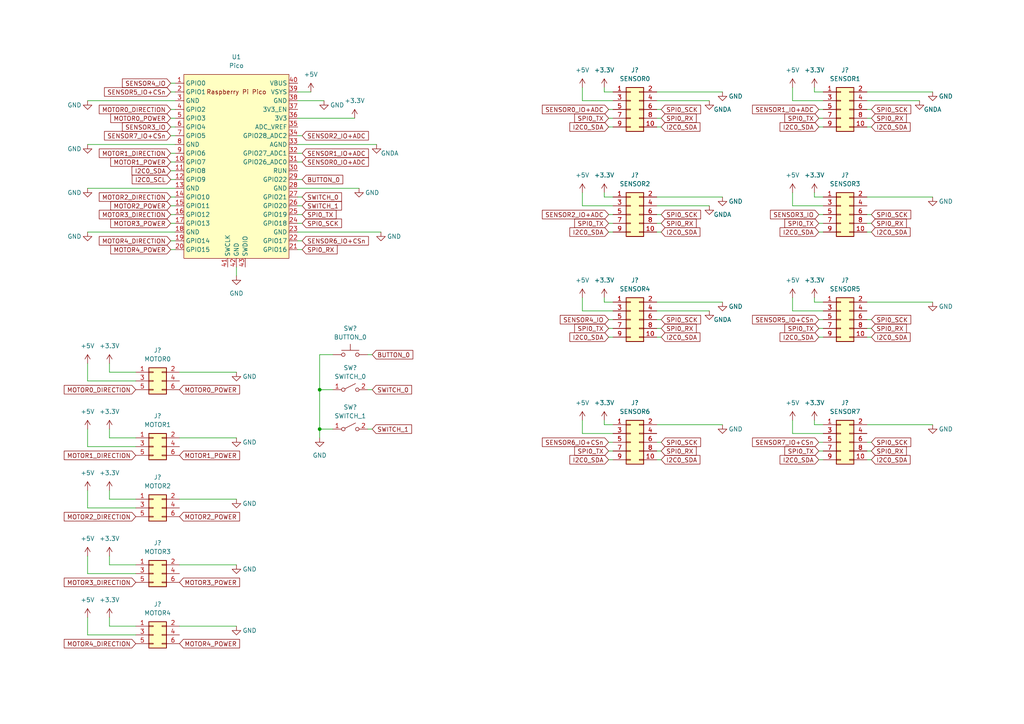
<source format=kicad_sch>
(kicad_sch (version 20211123) (generator eeschema)
  (paper "A4")
  (title_block (date "2022-07-01") (rev "DRAFT"))
  (lib_symbols
    (symbol "Connector_Generic:Conn_02x03_Odd_Even" (pin_names (offset 1.016) hide)
      (property "Reference" "J" (at 1.27 5.08 0))
      (property "Value" "Conn_02x03_Odd_Even" (at 1.27 -5.08 0))
      (symbol "Conn_02x03_Odd_Even_1_1"
        (rectangle (start -1.27 -2.413) (end 0 -2.667) (stroke (width 0.1524)))
        (rectangle (start -1.27 0.127) (end 0 -0.127) (stroke (width 0.1524)))
        (rectangle (start -1.27 2.667) (end 0 2.413) (stroke (width 0.1524)))
        (rectangle (start -1.27 3.81) (end 3.81 -3.81) (stroke (width 0.254)) (fill (type background)))
        (rectangle (start 3.81 -2.413) (end 2.54 -2.667) (stroke (width 0.1524)))
        (rectangle (start 3.81 0.127) (end 2.54 -0.127) (stroke (width 0.1524)))
        (rectangle (start 3.81 2.667) (end 2.54 2.413) (stroke (width 0.1524)))
        (pin passive line (at -5.08 2.54 0) (length 3.81) (name "Pin_1") (number "1"))
        (pin passive line (at 7.62 2.54 180) (length 3.81) (name "Pin_2") (number "2"))
        (pin passive line (at -5.08 0 0) (length 3.81) (name "Pin_3") (number "3"))
        (pin passive line (at 7.62 0 180) (length 3.81) (name "Pin_4") (number "4"))
        (pin passive line (at -5.08 -2.54 0) (length 3.81) (name "Pin_5") (number "5"))
        (pin passive line (at 7.62 -2.54 180) (length 3.81) (name "Pin_6") (number "6"))
      )
    )
    (symbol "Connector_Generic:Conn_02x05_Odd_Even" (pin_names (offset 1.016) hide)
      (property "Reference" "J" (at 1.27 7.62 0))
      (property "Value" "Conn_02x05_Odd_Even" (at 1.27 -7.62 0))
      (symbol "Conn_02x05_Odd_Even_1_1"
        (rectangle (start -1.27 -4.953) (end 0 -5.207) (stroke (width 0.1524)))
        (rectangle (start -1.27 -2.413) (end 0 -2.667) (stroke (width 0.1524)))
        (rectangle (start -1.27 0.127) (end 0 -0.127) (stroke (width 0.1524)))
        (rectangle (start -1.27 2.667) (end 0 2.413) (stroke (width 0.1524)))
        (rectangle (start -1.27 5.207) (end 0 4.953) (stroke (width 0.1524)))
        (rectangle (start -1.27 6.35) (end 3.81 -6.35) (stroke (width 0.254)) (fill (type background)))
        (rectangle (start 3.81 -4.953) (end 2.54 -5.207) (stroke (width 0.1524)))
        (rectangle (start 3.81 -2.413) (end 2.54 -2.667) (stroke (width 0.1524)))
        (rectangle (start 3.81 0.127) (end 2.54 -0.127) (stroke (width 0.1524)))
        (rectangle (start 3.81 2.667) (end 2.54 2.413) (stroke (width 0.1524)))
        (rectangle (start 3.81 5.207) (end 2.54 4.953) (stroke (width 0.1524)))
        (pin passive line (at -5.08 5.08 0) (length 3.81) (name "Pin_1") (number "1"))
        (pin passive line (at 7.62 -5.08 180) (length 3.81) (name "Pin_10") (number "10"))
        (pin passive line (at 7.62 5.08 180) (length 3.81) (name "Pin_2") (number "2"))
        (pin passive line (at -5.08 2.54 0) (length 3.81) (name "Pin_3") (number "3"))
        (pin passive line (at 7.62 2.54 180) (length 3.81) (name "Pin_4") (number "4"))
        (pin passive line (at -5.08 0 0) (length 3.81) (name "Pin_5") (number "5"))
        (pin passive line (at 7.62 0 180) (length 3.81) (name "Pin_6") (number "6"))
        (pin passive line (at -5.08 -2.54 0) (length 3.81) (name "Pin_7") (number "7"))
        (pin passive line (at 7.62 -2.54 180) (length 3.81) (name "Pin_8") (number "8"))
        (pin passive line (at -5.08 -5.08 0) (length 3.81) (name "Pin_9") (number "9"))
      )
    )
    (symbol "MCU_RaspberryPi_and_Boards:Pico"
      (property "Reference" "U" (at -13.97 27.94 0))
      (property "Value" "Pico" (at 0 19.05 0))
      (symbol "Pico_0_0"
        (text "Raspberry Pi Pico" (at 0 21.59 0) (effects (font (size 1.27 1.27))))
      )
      (symbol "Pico_0_1"
        (rectangle (start -15.24 26.67) (end 15.24 -26.67) (fill (type background)))
      )
      (symbol "Pico_1_1"
        (pin bidirectional line (at -17.78 24.13 0) (length 2.54) (name "GPIO0") (number "1"))
        (pin bidirectional line (at -17.78 1.27 0) (length 2.54) (name "GPIO7") (number "10"))
        (pin bidirectional line (at -17.78 -1.27 0) (length 2.54) (name "GPIO8") (number "11"))
        (pin bidirectional line (at -17.78 -3.81 0) (length 2.54) (name "GPIO9") (number "12"))
        (pin power_in line (at -17.78 -6.35 0) (length 2.54) (name "GND") (number "13"))
        (pin bidirectional line (at -17.78 -8.89 0) (length 2.54) (name "GPIO10") (number "14"))
        (pin bidirectional line (at -17.78 -11.43 0) (length 2.54) (name "GPIO11") (number "15"))
        (pin bidirectional line (at -17.78 -13.97 0) (length 2.54) (name "GPIO12") (number "16"))
        (pin bidirectional line (at -17.78 -16.51 0) (length 2.54) (name "GPIO13") (number "17"))
        (pin power_in line (at -17.78 -19.05 0) (length 2.54) (name "GND") (number "18"))
        (pin bidirectional line (at -17.78 -21.59 0) (length 2.54) (name "GPIO14") (number "19"))
        (pin bidirectional line (at -17.78 21.59 0) (length 2.54) (name "GPIO1") (number "2"))
        (pin bidirectional line (at -17.78 -24.13 0) (length 2.54) (name "GPIO15") (number "20"))
        (pin bidirectional line (at 17.78 -24.13 180) (length 2.54) (name "GPIO16") (number "21"))
        (pin bidirectional line (at 17.78 -21.59 180) (length 2.54) (name "GPIO17") (number "22"))
        (pin power_in line (at 17.78 -19.05 180) (length 2.54) (name "GND") (number "23"))
        (pin bidirectional line (at 17.78 -16.51 180) (length 2.54) (name "GPIO18") (number "24"))
        (pin bidirectional line (at 17.78 -13.97 180) (length 2.54) (name "GPIO19") (number "25"))
        (pin bidirectional line (at 17.78 -11.43 180) (length 2.54) (name "GPIO20") (number "26"))
        (pin bidirectional line (at 17.78 -8.89 180) (length 2.54) (name "GPIO21") (number "27"))
        (pin power_in line (at 17.78 -6.35 180) (length 2.54) (name "GND") (number "28"))
        (pin bidirectional line (at 17.78 -3.81 180) (length 2.54) (name "GPIO22") (number "29"))
        (pin power_in line (at -17.78 19.05 0) (length 2.54) (name "GND") (number "3"))
        (pin input line (at 17.78 -1.27 180) (length 2.54) (name "RUN") (number "30"))
        (pin bidirectional line (at 17.78 1.27 180) (length 2.54) (name "GPIO26_ADC0") (number "31"))
        (pin bidirectional line (at 17.78 3.81 180) (length 2.54) (name "GPIO27_ADC1") (number "32"))
        (pin power_in line (at 17.78 6.35 180) (length 2.54) (name "AGND") (number "33"))
        (pin bidirectional line (at 17.78 8.89 180) (length 2.54) (name "GPIO28_ADC2") (number "34"))
        (pin power_in line (at 17.78 11.43 180) (length 2.54) (name "ADC_VREF") (number "35"))
        (pin power_in line (at 17.78 13.97 180) (length 2.54) (name "3V3") (number "36"))
        (pin input line (at 17.78 16.51 180) (length 2.54) (name "3V3_EN") (number "37"))
        (pin bidirectional line (at 17.78 19.05 180) (length 2.54) (name "GND") (number "38"))
        (pin power_in line (at 17.78 21.59 180) (length 2.54) (name "VSYS") (number "39"))
        (pin bidirectional line (at -17.78 16.51 0) (length 2.54) (name "GPIO2") (number "4"))
        (pin power_in line (at 17.78 24.13 180) (length 2.54) (name "VBUS") (number "40"))
        (pin input line (at -2.54 -29.21 90) (length 2.54) (name "SWCLK") (number "41"))
        (pin power_in line (at 0 -29.21 90) (length 2.54) (name "GND") (number "42"))
        (pin bidirectional line (at 2.54 -29.21 90) (length 2.54) (name "SWDIO") (number "43"))
        (pin bidirectional line (at -17.78 13.97 0) (length 2.54) (name "GPIO3") (number "5"))
        (pin bidirectional line (at -17.78 11.43 0) (length 2.54) (name "GPIO4") (number "6"))
        (pin bidirectional line (at -17.78 8.89 0) (length 2.54) (name "GPIO5") (number "7"))
        (pin power_in line (at -17.78 6.35 0) (length 2.54) (name "GND") (number "8"))
        (pin bidirectional line (at -17.78 3.81 0) (length 2.54) (name "GPIO6") (number "9"))
      )
    )
    (symbol "Switch:SW_Push" (pin_numbers hide) (pin_names (offset 1.016) hide)
      (property "Reference" "SW" (at 1.27 2.54 0))
      (property "Value" "SW_Push" (at 0 -1.524 0))
      (symbol "SW_Push_0_1"
        (circle (center -2.032 0) (radius 0.508))
        (polyline (pts (xy 0 1.27) (xy 0 3.048)))
        (polyline (pts (xy 2.54 1.27) (xy -2.54 1.27)))
        (circle (center 2.032 0) (radius 0.508))
        (pin passive line (at -5.08 0 0) (length 2.54) (name "1") (number "1"))
        (pin passive line (at 5.08 0 180) (length 2.54) (name "2") (number "2"))
      )
    )
    (symbol "Switch:SW_SPST" (pin_names (offset 0) hide)
      (property "Reference" "SW" (at 0 3.175 0))
      (property "Value" "SW_SPST" (at 0 -2.54 0))
      (symbol "SW_SPST_0_0"
        (circle (center -2.032 0) (radius 0.508))
        (polyline (pts (xy -1.524 0.254) (xy 1.524 1.778)))
        (circle (center 2.032 0) (radius 0.508))
      )
      (symbol "SW_SPST_1_1"
        (pin passive line (at -5.08 0 0) (length 2.54) (name "A") (number "1"))
        (pin passive line (at 5.08 0 180) (length 2.54) (name "B") (number "2"))
      )
    )
    (symbol "power:+3.3V" (power) (pin_names (offset 0))
      (property "Value" "+3.3V" (at 0 3.556 0))
      (symbol "+3.3V_0_1"
        (polyline (pts (xy -0.762 1.27) (xy 0 2.54)))
        (polyline (pts (xy 0 0) (xy 0 2.54)))
        (polyline (pts (xy 0 2.54) (xy 0.762 1.27)))
      )
      (symbol "+3.3V_1_1"
        (pin power_in line (at 0 0 90) (length 0) hide (name "+3.3V") (number "1"))
      )
    )
    (symbol "power:+5V" (power) (pin_names (offset 0))
      (property "Value" "+5V" (at 0 3.556 0))
      (symbol "+5V_0_1"
        (polyline (pts (xy -0.762 1.27) (xy 0 2.54)))
        (polyline (pts (xy 0 0) (xy 0 2.54)))
        (polyline (pts (xy 0 2.54) (xy 0.762 1.27)))
      )
      (symbol "+5V_1_1"
        (pin power_in line (at 0 0 90) (length 0) hide (name "+5V") (number "1"))
      )
    )
    (symbol "power:GND" (power) (pin_names (offset 0))
      (property "Value" "GND" (at 0 -3.81 0))
      (symbol "GND_0_1"
        (polyline (pts (xy 0 0) (xy 0 -1.27) (xy 1.27 -1.27) (xy 0 -2.54) (xy -1.27 -1.27) (xy 0 -1.27)))
      )
      (symbol "GND_1_1"
        (pin power_in line (at 0 0 270) (length 0) hide (name "GND") (number "1"))
      )
    )
    (symbol "power:GNDA" (power) (pin_names (offset 0))
      (property "Value" "GNDA" (at 0 -3.81 0))
      (symbol "GNDA_0_1"
        (polyline (pts (xy 0 0) (xy 0 -1.27) (xy 1.27 -1.27) (xy 0 -2.54) (xy -1.27 -1.27) (xy 0 -1.27)))
      )
      (symbol "GNDA_1_1"
        (pin power_in line (at 0 0 270) (length 0) hide (name "GNDA") (number "1"))
      )
    )
  )
  (junction (at 92.71 124.46))
  (junction (at 92.71 113.03))
  (wire (pts (xy 25.4 110.49) (xy 39.37 110.49)))
  (wire (pts (xy 190.5 95.25) (xy 191.77 95.25)))
  (wire (pts (xy 190.5 123.19) (xy 209.55 123.19)))
  (wire (pts (xy 176.53 36.83) (xy 177.8 36.83)))
  (wire (pts (xy 251.46 34.29) (xy 252.73 34.29)))
  (wire (pts (xy 251.46 97.79) (xy 252.73 97.79)))
  (wire (pts (xy 49.53 36.83) (xy 50.8 36.83)))
  (wire (pts (xy 106.68 113.03) (xy 107.95 113.03)))
  (wire (pts (xy 96.52 113.03) (xy 92.71 113.03)))
  (wire (pts (xy 251.46 31.75) (xy 252.73 31.75)))
  (wire (pts (xy 31.75 181.61) (xy 39.37 181.61)))
  (wire (pts (xy 106.68 124.46) (xy 107.95 124.46)))
  (wire (pts (xy 25.4 29.21) (xy 50.8 29.21)))
  (wire (pts (xy 25.4 41.91) (xy 50.8 41.91)))
  (wire (pts (xy 237.49 133.35) (xy 238.76 133.35)))
  (wire (pts (xy 168.91 55.88) (xy 168.91 59.69)))
  (wire (pts (xy 52.07 144.78) (xy 68.58 144.78)))
  (wire (pts (xy 168.91 29.21) (xy 177.8 29.21)))
  (wire (pts (xy 86.36 59.69) (xy 87.63 59.69)))
  (wire (pts (xy 49.53 49.53) (xy 50.8 49.53)))
  (wire (pts (xy 86.36 41.91) (xy 109.22 41.91)))
  (wire (pts (xy 31.75 179.07) (xy 31.75 181.61)))
  (wire (pts (xy 251.46 123.19) (xy 270.51 123.19)))
  (wire (pts (xy 86.36 44.45) (xy 87.63 44.45)))
  (wire (pts (xy 49.53 26.67) (xy 50.8 26.67)))
  (wire (pts (xy 229.87 121.92) (xy 229.87 125.73)))
  (wire (pts (xy 237.49 92.71) (xy 238.76 92.71)))
  (wire (pts (xy 25.4 67.31) (xy 50.8 67.31)))
  (wire (pts (xy 237.49 36.83) (xy 238.76 36.83)))
  (wire (pts (xy 190.5 133.35) (xy 191.77 133.35)))
  (wire (pts (xy 49.53 31.75) (xy 50.8 31.75)))
  (wire (pts (xy 25.4 142.24) (xy 25.4 147.32)))
  (wire (pts (xy 251.46 92.71) (xy 252.73 92.71)))
  (wire (pts (xy 92.71 102.87) (xy 92.71 113.03)))
  (wire (pts (xy 86.36 46.99) (xy 87.63 46.99)))
  (wire (pts (xy 190.5 29.21) (xy 205.74 29.21)))
  (wire (pts (xy 86.36 62.23) (xy 87.63 62.23)))
  (wire (pts (xy 190.5 90.17) (xy 205.74 90.17)))
  (wire (pts (xy 175.26 57.15) (xy 175.26 55.88)))
  (wire (pts (xy 25.4 179.07) (xy 25.4 184.15)))
  (wire (pts (xy 92.71 124.46) (xy 92.71 127)))
  (wire (pts (xy 175.26 123.19) (xy 175.26 121.92)))
  (wire (pts (xy 190.5 31.75) (xy 191.77 31.75)))
  (wire (pts (xy 86.36 67.31) (xy 110.49 67.31)))
  (wire (pts (xy 168.91 59.69) (xy 177.8 59.69)))
  (wire (pts (xy 92.71 113.03) (xy 92.71 124.46)))
  (wire (pts (xy 237.49 62.23) (xy 238.76 62.23)))
  (wire (pts (xy 86.36 26.67) (xy 90.17 26.67)))
  (wire (pts (xy 229.87 29.21) (xy 238.76 29.21)))
  (wire (pts (xy 236.22 26.67) (xy 236.22 25.4)))
  (wire (pts (xy 25.4 147.32) (xy 39.37 147.32)))
  (wire (pts (xy 86.36 54.61) (xy 104.14 54.61)))
  (wire (pts (xy 237.49 31.75) (xy 238.76 31.75)))
  (wire (pts (xy 238.76 123.19) (xy 236.22 123.19)))
  (wire (pts (xy 49.53 44.45) (xy 50.8 44.45)))
  (wire (pts (xy 25.4 184.15) (xy 39.37 184.15)))
  (wire (pts (xy 190.5 67.31) (xy 191.77 67.31)))
  (wire (pts (xy 168.91 125.73) (xy 177.8 125.73)))
  (wire (pts (xy 31.75 107.95) (xy 39.37 107.95)))
  (wire (pts (xy 168.91 90.17) (xy 177.8 90.17)))
  (wire (pts (xy 236.22 123.19) (xy 236.22 121.92)))
  (wire (pts (xy 25.4 105.41) (xy 25.4 110.49)))
  (wire (pts (xy 251.46 36.83) (xy 252.73 36.83)))
  (wire (pts (xy 25.4 124.46) (xy 25.4 129.54)))
  (wire (pts (xy 176.53 97.79) (xy 177.8 97.79)))
  (wire (pts (xy 190.5 87.63) (xy 209.55 87.63)))
  (wire (pts (xy 96.52 124.46) (xy 92.71 124.46)))
  (wire (pts (xy 237.49 67.31) (xy 238.76 67.31)))
  (wire (pts (xy 237.49 128.27) (xy 238.76 128.27)))
  (wire (pts (xy 251.46 62.23) (xy 252.73 62.23)))
  (wire (pts (xy 190.5 36.83) (xy 191.77 36.83)))
  (wire (pts (xy 175.26 87.63) (xy 175.26 86.36)))
  (wire (pts (xy 86.36 64.77) (xy 87.63 64.77)))
  (wire (pts (xy 237.49 97.79) (xy 238.76 97.79)))
  (wire (pts (xy 176.53 133.35) (xy 177.8 133.35)))
  (wire (pts (xy 190.5 62.23) (xy 191.77 62.23)))
  (wire (pts (xy 190.5 130.81) (xy 191.77 130.81)))
  (wire (pts (xy 177.8 87.63) (xy 175.26 87.63)))
  (wire (pts (xy 49.53 24.13) (xy 50.8 24.13)))
  (wire (pts (xy 52.07 107.95) (xy 68.58 107.95)))
  (wire (pts (xy 168.91 86.36) (xy 168.91 90.17)))
  (wire (pts (xy 229.87 55.88) (xy 229.87 59.69)))
  (wire (pts (xy 168.91 25.4) (xy 168.91 29.21)))
  (wire (pts (xy 176.53 34.29) (xy 177.8 34.29)))
  (wire (pts (xy 52.07 127) (xy 68.58 127)))
  (wire (pts (xy 49.53 39.37) (xy 50.8 39.37)))
  (wire (pts (xy 237.49 64.77) (xy 238.76 64.77)))
  (wire (pts (xy 49.53 52.07) (xy 50.8 52.07)))
  (wire (pts (xy 229.87 90.17) (xy 238.76 90.17)))
  (wire (pts (xy 168.91 121.92) (xy 168.91 125.73)))
  (wire (pts (xy 190.5 92.71) (xy 191.77 92.71)))
  (wire (pts (xy 25.4 166.37) (xy 39.37 166.37)))
  (wire (pts (xy 25.4 54.61) (xy 50.8 54.61)))
  (wire (pts (xy 177.8 123.19) (xy 175.26 123.19)))
  (wire (pts (xy 49.53 62.23) (xy 50.8 62.23)))
  (wire (pts (xy 86.36 72.39) (xy 87.63 72.39)))
  (wire (pts (xy 237.49 34.29) (xy 238.76 34.29)))
  (wire (pts (xy 31.75 142.24) (xy 31.75 144.78)))
  (wire (pts (xy 176.53 67.31) (xy 177.8 67.31)))
  (wire (pts (xy 251.46 87.63) (xy 270.51 87.63)))
  (wire (pts (xy 251.46 64.77) (xy 252.73 64.77)))
  (wire (pts (xy 238.76 87.63) (xy 236.22 87.63)))
  (wire (pts (xy 175.26 26.67) (xy 175.26 25.4)))
  (wire (pts (xy 251.46 57.15) (xy 270.51 57.15)))
  (wire (pts (xy 49.53 72.39) (xy 50.8 72.39)))
  (wire (pts (xy 237.49 95.25) (xy 238.76 95.25)))
  (wire (pts (xy 236.22 57.15) (xy 236.22 55.88)))
  (wire (pts (xy 106.68 102.87) (xy 107.95 102.87)))
  (wire (pts (xy 31.75 127) (xy 39.37 127)))
  (wire (pts (xy 86.36 39.37) (xy 87.63 39.37)))
  (wire (pts (xy 190.5 128.27) (xy 191.77 128.27)))
  (wire (pts (xy 31.75 144.78) (xy 39.37 144.78)))
  (wire (pts (xy 176.53 92.71) (xy 177.8 92.71)))
  (wire (pts (xy 251.46 67.31) (xy 252.73 67.31)))
  (wire (pts (xy 49.53 34.29) (xy 50.8 34.29)))
  (wire (pts (xy 176.53 64.77) (xy 177.8 64.77)))
  (wire (pts (xy 190.5 26.67) (xy 209.55 26.67)))
  (wire (pts (xy 251.46 95.25) (xy 252.73 95.25)))
  (wire (pts (xy 31.75 161.29) (xy 31.75 163.83)))
  (wire (pts (xy 86.36 29.21) (xy 93.98 29.21)))
  (wire (pts (xy 176.53 31.75) (xy 177.8 31.75)))
  (wire (pts (xy 25.4 161.29) (xy 25.4 166.37)))
  (wire (pts (xy 176.53 62.23) (xy 177.8 62.23)))
  (wire (pts (xy 49.53 57.15) (xy 50.8 57.15)))
  (wire (pts (xy 190.5 57.15) (xy 209.55 57.15)))
  (wire (pts (xy 31.75 163.83) (xy 39.37 163.83)))
  (wire (pts (xy 86.36 69.85) (xy 87.63 69.85)))
  (wire (pts (xy 238.76 57.15) (xy 236.22 57.15)))
  (wire (pts (xy 251.46 128.27) (xy 252.73 128.27)))
  (wire (pts (xy 190.5 59.69) (xy 205.74 59.69)))
  (wire (pts (xy 229.87 86.36) (xy 229.87 90.17)))
  (wire (pts (xy 251.46 29.21) (xy 266.7 29.21)))
  (wire (pts (xy 49.53 59.69) (xy 50.8 59.69)))
  (wire (pts (xy 86.36 57.15) (xy 87.63 57.15)))
  (wire (pts (xy 31.75 105.41) (xy 31.75 107.95)))
  (wire (pts (xy 176.53 128.27) (xy 177.8 128.27)))
  (wire (pts (xy 49.53 64.77) (xy 50.8 64.77)))
  (wire (pts (xy 190.5 97.79) (xy 191.77 97.79)))
  (wire (pts (xy 177.8 26.67) (xy 175.26 26.67)))
  (wire (pts (xy 176.53 95.25) (xy 177.8 95.25)))
  (wire (pts (xy 251.46 130.81) (xy 252.73 130.81)))
  (wire (pts (xy 229.87 59.69) (xy 238.76 59.69)))
  (wire (pts (xy 190.5 34.29) (xy 191.77 34.29)))
  (wire (pts (xy 176.53 130.81) (xy 177.8 130.81)))
  (wire (pts (xy 68.58 77.47) (xy 68.58 80.01)))
  (wire (pts (xy 49.53 46.99) (xy 50.8 46.99)))
  (wire (pts (xy 31.75 124.46) (xy 31.75 127)))
  (wire (pts (xy 236.22 87.63) (xy 236.22 86.36)))
  (wire (pts (xy 190.5 64.77) (xy 191.77 64.77)))
  (wire (pts (xy 25.4 129.54) (xy 39.37 129.54)))
  (wire (pts (xy 86.36 52.07) (xy 87.63 52.07)))
  (wire (pts (xy 237.49 130.81) (xy 238.76 130.81)))
  (wire (pts (xy 238.76 26.67) (xy 236.22 26.67)))
  (wire (pts (xy 229.87 125.73) (xy 238.76 125.73)))
  (wire (pts (xy 52.07 181.61) (xy 68.58 181.61)))
  (wire (pts (xy 96.52 102.87) (xy 92.71 102.87)))
  (wire (pts (xy 49.53 69.85) (xy 50.8 69.85)))
  (wire (pts (xy 251.46 133.35) (xy 252.73 133.35)))
  (wire (pts (xy 229.87 25.4) (xy 229.87 29.21)))
  (wire (pts (xy 177.8 57.15) (xy 175.26 57.15)))
  (wire (pts (xy 52.07 163.83) (xy 68.58 163.83)))
  (wire (pts (xy 251.46 26.67) (xy 270.51 26.67)))
  (wire (pts (xy 86.36 34.29) (xy 102.87 34.29)))
  (global_label "SPI0_RX" (shape input) (at 191.77 64.77 0) (property "Intersheet References" "${INTERSHEET_REFS}" (effects hide)))
  (global_label "SENSOR6_IO+CSn" (shape input) (at 176.53 128.27 180) (property "Intersheet References" "${INTERSHEET_REFS}" (effects hide)))
  (global_label "SPI0_TX" (shape input) (at 237.49 34.29 180) (property "Intersheet References" "${INTERSHEET_REFS}" (effects hide)))
  (global_label "SPI0_SCK" (shape input) (at 252.73 62.23 0) (property "Intersheet References" "${INTERSHEET_REFS}" (effects hide)))
  (global_label "MOTOR0_DIRECTION" (shape input) (at 39.37 113.03 180) (property "Intersheet References" "${INTERSHEET_REFS}" (effects hide)))
  (global_label "SPI0_RX" (shape input) (at 252.73 130.81 0) (property "Intersheet References" "${INTERSHEET_REFS}" (effects hide)))
  (global_label "BUTTON_0" (shape input) (at 87.63 52.07 0) (property "Intersheet References" "${INTERSHEET_REFS}" (effects hide)))
  (global_label "I2C0_SDA" (shape input) (at 191.77 133.35 0) (property "Intersheet References" "${INTERSHEET_REFS}" (effects hide)))
  (global_label "I2C0_SDA" (shape input) (at 252.73 67.31 0) (property "Intersheet References" "${INTERSHEET_REFS}" (effects hide)))
  (global_label "I2C0_SDA" (shape input) (at 49.53 49.53 180) (property "Intersheet References" "${INTERSHEET_REFS}" (effects hide)))
  (global_label "BUTTON_0" (shape input) (at 107.95 102.87 0) (property "Intersheet References" "${INTERSHEET_REFS}" (effects hide)))
  (global_label "I2C0_SCL" (shape input) (at 49.53 52.07 180) (property "Intersheet References" "${INTERSHEET_REFS}" (effects hide)))
  (global_label "I2C0_SDA" (shape input) (at 176.53 97.79 180) (property "Intersheet References" "${INTERSHEET_REFS}" (effects hide)))
  (global_label "I2C0_SDA" (shape input) (at 237.49 36.83 180) (property "Intersheet References" "${INTERSHEET_REFS}" (effects hide)))
  (global_label "SPI0_TX" (shape input) (at 176.53 95.25 180) (property "Intersheet References" "${INTERSHEET_REFS}" (effects hide)))
  (global_label "SPI0_SCK" (shape input) (at 191.77 62.23 0) (property "Intersheet References" "${INTERSHEET_REFS}" (effects hide)))
  (global_label "SWITCH_1" (shape input) (at 87.63 59.69 0) (property "Intersheet References" "${INTERSHEET_REFS}" (effects hide)))
  (global_label "SPI0_TX" (shape input) (at 176.53 64.77 180) (property "Intersheet References" "${INTERSHEET_REFS}" (effects hide)))
  (global_label "SPI0_TX" (shape input) (at 176.53 34.29 180) (property "Intersheet References" "${INTERSHEET_REFS}" (effects hide)))
  (global_label "MOTOR3_POWER" (shape input) (at 52.07 168.91 0) (property "Intersheet References" "${INTERSHEET_REFS}" (effects hide)))
  (global_label "MOTOR1_POWER" (shape input) (at 49.53 46.99 180) (property "Intersheet References" "${INTERSHEET_REFS}" (effects hide)))
  (global_label "MOTOR2_DIRECTION" (shape input) (at 49.53 57.15 180) (property "Intersheet References" "${INTERSHEET_REFS}" (effects hide)))
  (global_label "I2C0_SDA" (shape input) (at 191.77 97.79 0) (property "Intersheet References" "${INTERSHEET_REFS}" (effects hide)))
  (global_label "SPI0_SCK" (shape input) (at 87.63 64.77 0) (property "Intersheet References" "${INTERSHEET_REFS}" (effects hide)))
  (global_label "I2C0_SDA" (shape input) (at 176.53 133.35 180) (property "Intersheet References" "${INTERSHEET_REFS}" (effects hide)))
  (global_label "SENSOR4_IO" (shape input) (at 176.53 92.71 180) (property "Intersheet References" "${INTERSHEET_REFS}" (effects hide)))
  (global_label "SPI0_RX" (shape input) (at 191.77 130.81 0) (property "Intersheet References" "${INTERSHEET_REFS}" (effects hide)))
  (global_label "MOTOR0_DIRECTION" (shape input) (at 49.53 31.75 180) (property "Intersheet References" "${INTERSHEET_REFS}" (effects hide)))
  (global_label "SPI0_RX" (shape input) (at 252.73 34.29 0) (property "Intersheet References" "${INTERSHEET_REFS}" (effects hide)))
  (global_label "SPI0_TX" (shape input) (at 237.49 64.77 180) (property "Intersheet References" "${INTERSHEET_REFS}" (effects hide)))
  (global_label "SENSOR4_IO" (shape input) (at 49.53 24.13 180) (property "Intersheet References" "${INTERSHEET_REFS}" (effects hide)))
  (global_label "SENSOR5_IO+CSn" (shape input) (at 237.49 92.71 180) (property "Intersheet References" "${INTERSHEET_REFS}" (effects hide)))
  (global_label "SENSOR0_IO+ADC" (shape input) (at 176.53 31.75 180) (property "Intersheet References" "${INTERSHEET_REFS}" (effects hide)))
  (global_label "SPI0_SCK" (shape input) (at 252.73 128.27 0) (property "Intersheet References" "${INTERSHEET_REFS}" (effects hide)))
  (global_label "SPI0_SCK" (shape input) (at 252.73 31.75 0) (property "Intersheet References" "${INTERSHEET_REFS}" (effects hide)))
  (global_label "MOTOR2_DIRECTION" (shape input) (at 39.37 149.86 180) (property "Intersheet References" "${INTERSHEET_REFS}" (effects hide)))
  (global_label "I2C0_SDA" (shape input) (at 191.77 36.83 0) (property "Intersheet References" "${INTERSHEET_REFS}" (effects hide)))
  (global_label "MOTOR4_DIRECTION" (shape input) (at 49.53 69.85 180) (property "Intersheet References" "${INTERSHEET_REFS}" (effects hide)))
  (global_label "SENSOR0_IO+ADC" (shape input) (at 87.63 46.99 0) (property "Intersheet References" "${INTERSHEET_REFS}" (effects hide)))
  (global_label "SWITCH_0" (shape input) (at 87.63 57.15 0) (property "Intersheet References" "${INTERSHEET_REFS}" (effects hide)))
  (global_label "I2C0_SDA" (shape input) (at 237.49 67.31 180) (property "Intersheet References" "${INTERSHEET_REFS}" (effects hide)))
  (global_label "SPI0_RX" (shape input) (at 252.73 95.25 0) (property "Intersheet References" "${INTERSHEET_REFS}" (effects hide)))
  (global_label "SPI0_RX" (shape input) (at 252.73 64.77 0) (property "Intersheet References" "${INTERSHEET_REFS}" (effects hide)))
  (global_label "MOTOR1_DIRECTION" (shape input) (at 49.53 44.45 180) (property "Intersheet References" "${INTERSHEET_REFS}" (effects hide)))
  (global_label "SPI0_TX" (shape input) (at 87.63 62.23 0) (property "Intersheet References" "${INTERSHEET_REFS}" (effects hide)))
  (global_label "SENSOR3_IO" (shape input) (at 49.53 36.83 180) (property "Intersheet References" "${INTERSHEET_REFS}" (effects hide)))
  (global_label "SPI0_TX" (shape input) (at 176.53 130.81 180) (property "Intersheet References" "${INTERSHEET_REFS}" (effects hide)))
  (global_label "I2C0_SDA" (shape input) (at 176.53 36.83 180) (property "Intersheet References" "${INTERSHEET_REFS}" (effects hide)))
  (global_label "SPI0_SCK" (shape input) (at 191.77 128.27 0) (property "Intersheet References" "${INTERSHEET_REFS}" (effects hide)))
  (global_label "SWITCH_1" (shape input) (at 107.95 124.46 0) (property "Intersheet References" "${INTERSHEET_REFS}" (effects hide)))
  (global_label "SPI0_SCK" (shape input) (at 191.77 31.75 0) (property "Intersheet References" "${INTERSHEET_REFS}" (effects hide)))
  (global_label "SENSOR6_IO+CSn" (shape input) (at 87.63 69.85 0) (property "Intersheet References" "${INTERSHEET_REFS}" (effects hide)))
  (global_label "MOTOR3_DIRECTION" (shape input) (at 49.53 62.23 180) (property "Intersheet References" "${INTERSHEET_REFS}" (effects hide)))
  (global_label "I2C0_SDA" (shape input) (at 237.49 133.35 180) (property "Intersheet References" "${INTERSHEET_REFS}" (effects hide)))
  (global_label "SPI0_SCK" (shape input) (at 252.73 92.71 0) (property "Intersheet References" "${INTERSHEET_REFS}" (effects hide)))
  (global_label "MOTOR2_POWER" (shape input) (at 52.07 149.86 0) (property "Intersheet References" "${INTERSHEET_REFS}" (effects hide)))
  (global_label "MOTOR0_POWER" (shape input) (at 52.07 113.03 0) (property "Intersheet References" "${INTERSHEET_REFS}" (effects hide)))
  (global_label "SENSOR2_IO+ADC" (shape input) (at 87.63 39.37 0) (property "Intersheet References" "${INTERSHEET_REFS}" (effects hide)))
  (global_label "SENSOR7_IO+CSn" (shape input) (at 49.53 39.37 180) (property "Intersheet References" "${INTERSHEET_REFS}" (effects hide)))
  (global_label "SENSOR1_IO+ADC" (shape input) (at 87.63 44.45 0) (property "Intersheet References" "${INTERSHEET_REFS}" (effects hide)))
  (global_label "SENSOR7_IO+CSn" (shape input) (at 237.49 128.27 180) (property "Intersheet References" "${INTERSHEET_REFS}" (effects hide)))
  (global_label "MOTOR0_POWER" (shape input) (at 49.53 34.29 180) (property "Intersheet References" "${INTERSHEET_REFS}" (effects hide)))
  (global_label "SPI0_RX" (shape input) (at 191.77 34.29 0) (property "Intersheet References" "${INTERSHEET_REFS}" (effects hide)))
  (global_label "I2C0_SDA" (shape input) (at 237.49 97.79 180) (property "Intersheet References" "${INTERSHEET_REFS}" (effects hide)))
  (global_label "I2C0_SDA" (shape input) (at 176.53 67.31 180) (property "Intersheet References" "${INTERSHEET_REFS}" (effects hide)))
  (global_label "MOTOR1_DIRECTION" (shape input) (at 39.37 132.08 180) (property "Intersheet References" "${INTERSHEET_REFS}" (effects hide)))
  (global_label "I2C0_SDA" (shape input) (at 252.73 36.83 0) (property "Intersheet References" "${INTERSHEET_REFS}" (effects hide)))
  (global_label "SENSOR3_IO" (shape input) (at 237.49 62.23 180) (property "Intersheet References" "${INTERSHEET_REFS}" (effects hide)))
  (global_label "SPI0_RX" (shape input) (at 87.63 72.39 0) (property "Intersheet References" "${INTERSHEET_REFS}" (effects hide)))
  (global_label "MOTOR3_DIRECTION" (shape input) (at 39.37 168.91 180) (property "Intersheet References" "${INTERSHEET_REFS}" (effects hide)))
  (global_label "I2C0_SDA" (shape input) (at 252.73 97.79 0) (property "Intersheet References" "${INTERSHEET_REFS}" (effects hide)))
  (global_label "SENSOR1_IO+ADC" (shape input) (at 237.49 31.75 180) (property "Intersheet References" "${INTERSHEET_REFS}" (effects hide)))
  (global_label "MOTOR2_POWER" (shape input) (at 49.53 59.69 180) (property "Intersheet References" "${INTERSHEET_REFS}" (effects hide)))
  (global_label "SENSOR5_IO+CSn" (shape input) (at 49.53 26.67 180) (property "Intersheet References" "${INTERSHEET_REFS}" (effects hide)))
  (global_label "SPI0_SCK" (shape input) (at 191.77 92.71 0) (property "Intersheet References" "${INTERSHEET_REFS}" (effects hide)))
  (global_label "SPI0_RX" (shape input) (at 191.77 95.25 0) (property "Intersheet References" "${INTERSHEET_REFS}" (effects hide)))
  (global_label "SENSOR2_IO+ADC" (shape input) (at 176.53 62.23 180) (property "Intersheet References" "${INTERSHEET_REFS}" (effects hide)))
  (global_label "I2C0_SDA" (shape input) (at 191.77 67.31 0) (property "Intersheet References" "${INTERSHEET_REFS}" (effects hide)))
  (global_label "MOTOR4_POWER" (shape input) (at 52.07 186.69 0) (property "Intersheet References" "${INTERSHEET_REFS}" (effects hide)))
  (global_label "SPI0_TX" (shape input) (at 237.49 95.25 180) (property "Intersheet References" "${INTERSHEET_REFS}" (effects hide)))
  (global_label "I2C0_SDA" (shape input) (at 252.73 133.35 0) (property "Intersheet References" "${INTERSHEET_REFS}" (effects hide)))
  (global_label "SWITCH_0" (shape input) (at 107.95 113.03 0) (property "Intersheet References" "${INTERSHEET_REFS}" (effects hide)))
  (global_label "SPI0_TX" (shape input) (at 237.49 130.81 180) (property "Intersheet References" "${INTERSHEET_REFS}" (effects hide)))
  (global_label "MOTOR3_POWER" (shape input) (at 49.53 64.77 180) (property "Intersheet References" "${INTERSHEET_REFS}" (effects hide)))
  (global_label "MOTOR1_POWER" (shape input) (at 52.07 132.08 0) (property "Intersheet References" "${INTERSHEET_REFS}" (effects hide)))
  (global_label "MOTOR4_DIRECTION" (shape input) (at 39.37 186.69 180) (property "Intersheet References" "${INTERSHEET_REFS}" (effects hide)))
  (global_label "MOTOR4_POWER" (shape input) (at 49.53 72.39 180) (property "Intersheet References" "${INTERSHEET_REFS}" (effects hide)))
  (symbol (lib_id "power:GND") (at 68.58 107.95 0) (unit 1)
    (property "Reference" "#PWR?" (effects hide))
    (property "Value" "GND" (at 72.39 109.22 0))
  )
  (symbol (lib_id "power:+5V") (at 168.91 55.88 0) (unit 1)
    (property "Reference" "#PWR?" (effects hide))
    (property "Value" "+5V" (at 168.91 50.8 0))
  )
  (symbol (lib_id "power:GND") (at 68.58 144.78 0) (unit 1)
    (property "Reference" "#PWR?" (effects hide))
    (property "Value" "GND" (at 72.39 146.05 0))
  )
  (symbol (lib_id "power:+3.3V") (at 175.26 55.88 0) (unit 1)
    (property "Reference" "#PWR?" (effects hide))
    (property "Value" "+3.3V" (at 175.26 50.8 0))
  )
  (symbol (lib_id "power:+3.3V") (at 31.75 105.41 0) (unit 1)
    (property "Reference" "#PWR?" (effects hide))
    (property "Value" "+3.3V" (at 31.75 100.33 0))
  )
  (symbol (lib_id "power:+3.3V") (at 175.26 25.4 0) (unit 1)
    (property "Reference" "#PWR?" (effects hide))
    (property "Value" "+3.3V" (at 175.26 20.32 0))
  )
  (symbol (lib_id "power:+5V") (at 25.4 179.07 0) (unit 1)
    (property "Reference" "#PWR?" (effects hide))
    (property "Value" "+5V" (at 25.4 173.99 0))
  )
  (symbol (lib_id "Connector_Generic:Conn_02x03_Odd_Even") (at 44.45 166.37 0) (unit 1)
    (property "Reference" "J?" (at 45.72 157.48 0))
    (property "Value" "MOTOR3" (at 45.72 160.02 0))
  )
  (symbol (lib_id "power:GND") (at 209.55 26.67 0) (unit 1)
    (property "Reference" "#PWR?" (effects hide))
    (property "Value" "GND" (at 213.36 27.94 0))
  )
  (symbol (lib_id "Connector_Generic:Conn_02x05_Odd_Even") (at 182.88 92.71 0) (unit 1)
    (property "Reference" "J?" (at 184.15 81.28 0))
    (property "Value" "SENSOR4" (at 184.15 83.82 0))
  )
  (symbol (lib_id "power:GND") (at 68.58 163.83 0) (unit 1)
    (property "Reference" "#PWR?" (effects hide))
    (property "Value" "GND" (at 72.39 165.1 0))
  )
  (symbol (lib_id "power:+5V") (at 25.4 161.29 0) (unit 1)
    (property "Reference" "#PWR?" (effects hide))
    (property "Value" "+5V" (at 25.4 156.21 0))
  )
  (symbol (lib_id "power:GND") (at 25.4 29.21 0) (unit 1)
    (property "Reference" "#PWR?" (effects hide))
    (property "Value" "GND" (at 21.59 30.48 0))
  )
  (symbol (lib_id "power:+5V") (at 25.4 142.24 0) (unit 1)
    (property "Reference" "#PWR?" (effects hide))
    (property "Value" "+5V" (at 25.4 137.16 0))
  )
  (symbol (lib_id "power:GND") (at 93.98 29.21 0) (unit 1)
    (property "Reference" "#PWR?" (effects hide))
    (property "Value" "GND" (at 97.79 30.48 0))
  )
  (symbol (lib_id "MCU_RaspberryPi_and_Boards:Pico") (at 68.58 48.26 0) (unit 1)
    (property "Reference" "U1" (at 68.58 16.51 0))
    (property "Value" "Pico" (at 68.58 19.05 0))
    (property "Footprint" "MCU_RaspberryPi_and_Boards:RPi_Pico_SMD_TH" (effects hide))
  )
  (symbol (lib_id "power:+5V") (at 90.17 26.67 0) (unit 1)
    (property "Reference" "#PWR?" (effects hide))
    (property "Value" "+5V" (at 90.17 21.59 0))
  )
  (symbol (lib_id "power:+3.3V") (at 31.75 161.29 0) (unit 1)
    (property "Reference" "#PWR?" (effects hide))
    (property "Value" "+3.3V" (at 31.75 156.21 0))
  )
  (symbol (lib_id "power:+5V") (at 168.91 121.92 0) (unit 1)
    (property "Reference" "#PWR?" (effects hide))
    (property "Value" "+5V" (at 168.91 116.84 0))
  )
  (symbol (lib_id "power:GND") (at 104.14 54.61 0) (unit 1)
    (property "Reference" "#PWR?" (effects hide))
    (property "Value" "GND" (at 107.95 55.88 0))
  )
  (symbol (lib_id "power:GND") (at 270.51 87.63 0) (unit 1)
    (property "Reference" "#PWR?" (effects hide))
    (property "Value" "GND" (at 274.32 88.9 0))
  )
  (symbol (lib_id "power:+5V") (at 229.87 25.4 0) (unit 1)
    (property "Reference" "#PWR?" (effects hide))
    (property "Value" "+5V" (at 229.87 20.32 0))
  )
  (symbol (lib_id "power:+3.3V") (at 236.22 121.92 0) (unit 1)
    (property "Reference" "#PWR?" (effects hide))
    (property "Value" "+3.3V" (at 236.22 116.84 0))
  )
  (symbol (lib_id "power:+3.3V") (at 236.22 55.88 0) (unit 1)
    (property "Reference" "#PWR?" (effects hide))
    (property "Value" "+3.3V" (at 236.22 50.8 0))
  )
  (symbol (lib_id "power:GND") (at 25.4 54.61 0) (unit 1)
    (property "Reference" "#PWR?" (effects hide))
    (property "Value" "GND" (at 21.59 55.88 0))
  )
  (symbol (lib_id "power:+3.3V") (at 31.75 142.24 0) (unit 1)
    (property "Reference" "#PWR?" (effects hide))
    (property "Value" "+3.3V" (at 31.75 137.16 0))
  )
  (symbol (lib_id "power:GND") (at 25.4 41.91 0) (unit 1)
    (property "Reference" "#PWR?" (effects hide))
    (property "Value" "GND" (at 21.59 43.18 0))
  )
  (symbol (lib_id "Connector_Generic:Conn_02x03_Odd_Even") (at 44.45 129.54 0) (unit 1)
    (property "Reference" "J?" (at 45.72 120.65 0))
    (property "Value" "MOTOR1" (at 45.72 123.19 0))
  )
  (symbol (lib_id "power:GNDA") (at 109.22 41.91 0) (unit 1)
    (property "Reference" "#PWR?" (effects hide))
    (property "Value" "GNDA" (at 113.03 44.45 0))
  )
  (symbol (lib_id "power:+5V") (at 25.4 124.46 0) (unit 1)
    (property "Reference" "#PWR?" (effects hide))
    (property "Value" "+5V" (at 25.4 119.38 0))
  )
  (symbol (lib_id "Connector_Generic:Conn_02x05_Odd_Even") (at 243.84 62.23 0) (unit 1)
    (property "Reference" "J?" (at 245.11 50.8 0))
    (property "Value" "SENSOR3" (at 245.11 53.34 0))
  )
  (symbol (lib_id "power:GND") (at 68.58 127 0) (unit 1)
    (property "Reference" "#PWR?" (effects hide))
    (property "Value" "GND" (at 72.39 128.27 0))
  )
  (symbol (lib_id "Connector_Generic:Conn_02x05_Odd_Even") (at 243.84 92.71 0) (unit 1)
    (property "Reference" "J?" (at 245.11 81.28 0))
    (property "Value" "SENSOR5" (at 245.11 83.82 0))
  )
  (symbol (lib_id "Connector_Generic:Conn_02x05_Odd_Even") (at 243.84 31.75 0) (unit 1)
    (property "Reference" "J?" (at 245.11 20.32 0))
    (property "Value" "SENSOR1" (at 245.11 22.86 0))
  )
  (symbol (lib_id "power:GNDA") (at 266.7 29.21 0) (unit 1)
    (property "Reference" "#PWR?" (effects hide))
    (property "Value" "GNDA" (at 270.51 31.75 0))
  )
  (symbol (lib_id "Switch:SW_Push") (at 101.6 102.87 0) (unit 1)
    (property "Reference" "SW?" (at 101.6 95.25 0))
    (property "Value" "BUTTON_0" (at 101.6 97.79 0))
  )
  (symbol (lib_id "Switch:SW_SPST") (at 101.6 124.46 0) (unit 1)
    (property "Reference" "SW?" (at 101.6 118.11 0))
    (property "Value" "SWITCH_1" (at 101.6 120.65 0))
  )
  (symbol (lib_id "power:+3.3V") (at 236.22 86.36 0) (unit 1)
    (property "Reference" "#PWR?" (effects hide))
    (property "Value" "+3.3V" (at 236.22 81.28 0))
  )
  (symbol (lib_id "power:+5V") (at 168.91 86.36 0) (unit 1)
    (property "Reference" "#PWR?" (effects hide))
    (property "Value" "+5V" (at 168.91 81.28 0))
  )
  (symbol (lib_id "power:GND") (at 270.51 57.15 0) (unit 1)
    (property "Reference" "#PWR?" (effects hide))
    (property "Value" "GND" (at 274.32 58.42 0))
  )
  (symbol (lib_id "power:+3.3V") (at 175.26 86.36 0) (unit 1)
    (property "Reference" "#PWR?" (effects hide))
    (property "Value" "+3.3V" (at 175.26 81.28 0))
  )
  (symbol (lib_id "power:GND") (at 270.51 123.19 0) (unit 1)
    (property "Reference" "#PWR?" (effects hide))
    (property "Value" "GND" (at 274.32 124.46 0))
  )
  (symbol (lib_id "power:GNDA") (at 205.74 59.69 0) (unit 1)
    (property "Reference" "#PWR?" (effects hide))
    (property "Value" "GNDA" (at 209.55 62.23 0))
  )
  (symbol (lib_id "Connector_Generic:Conn_02x05_Odd_Even") (at 243.84 128.27 0) (unit 1)
    (property "Reference" "J?" (at 245.11 116.84 0))
    (property "Value" "SENSOR7" (at 245.11 119.38 0))
  )
  (symbol (lib_id "power:+3.3V") (at 236.22 25.4 0) (unit 1)
    (property "Reference" "#PWR?" (effects hide))
    (property "Value" "+3.3V" (at 236.22 20.32 0))
  )
  (symbol (lib_id "Connector_Generic:Conn_02x05_Odd_Even") (at 182.88 62.23 0) (unit 1)
    (property "Reference" "J?" (at 184.15 50.8 0))
    (property "Value" "SENSOR2" (at 184.15 53.34 0))
  )
  (symbol (lib_id "power:+3.3V") (at 175.26 121.92 0) (unit 1)
    (property "Reference" "#PWR?" (effects hide))
    (property "Value" "+3.3V" (at 175.26 116.84 0))
  )
  (symbol (lib_id "Connector_Generic:Conn_02x03_Odd_Even") (at 44.45 110.49 0) (unit 1)
    (property "Reference" "J?" (at 45.72 101.6 0))
    (property "Value" "MOTOR0" (at 45.72 104.14 0))
  )
  (symbol (lib_id "power:GND") (at 270.51 26.67 0) (unit 1)
    (property "Reference" "#PWR?" (effects hide))
    (property "Value" "GND" (at 274.32 27.94 0))
  )
  (symbol (lib_id "power:+5V") (at 25.4 105.41 0) (unit 1)
    (property "Reference" "#PWR?" (effects hide))
    (property "Value" "+5V" (at 25.4 100.33 0))
  )
  (symbol (lib_id "power:GND") (at 110.49 67.31 0) (unit 1)
    (property "Reference" "#PWR?" (effects hide))
    (property "Value" "GND" (at 114.3 68.58 0))
  )
  (symbol (lib_id "Connector_Generic:Conn_02x05_Odd_Even") (at 182.88 128.27 0) (unit 1)
    (property "Reference" "J?" (at 184.15 116.84 0))
    (property "Value" "SENSOR6" (at 184.15 119.38 0))
  )
  (symbol (lib_id "power:GND") (at 25.4 67.31 0) (unit 1)
    (property "Reference" "#PWR?" (effects hide))
    (property "Value" "GND" (at 21.59 68.58 0))
  )
  (symbol (lib_id "power:GND") (at 68.58 181.61 0) (unit 1)
    (property "Reference" "#PWR?" (effects hide))
    (property "Value" "GND" (at 72.39 182.88 0))
  )
  (symbol (lib_id "power:+5V") (at 168.91 25.4 0) (unit 1)
    (property "Reference" "#PWR?" (effects hide))
    (property "Value" "+5V" (at 168.91 20.32 0))
  )
  (symbol (lib_id "power:GNDA") (at 205.74 90.17 0) (unit 1)
    (property "Reference" "#PWR?" (effects hide))
    (property "Value" "GNDA" (at 209.55 92.71 0))
  )
  (symbol (lib_id "power:+5V") (at 229.87 121.92 0) (unit 1)
    (property "Reference" "#PWR?" (effects hide))
    (property "Value" "+5V" (at 229.87 116.84 0))
  )
  (symbol (lib_id "power:GND") (at 209.55 87.63 0) (unit 1)
    (property "Reference" "#PWR?" (effects hide))
    (property "Value" "GND" (at 213.36 88.9 0))
  )
  (symbol (lib_id "Connector_Generic:Conn_02x05_Odd_Even") (at 182.88 31.75 0) (unit 1)
    (property "Reference" "J?" (at 184.15 20.32 0))
    (property "Value" "SENSOR0" (at 184.15 22.86 0))
  )
  (symbol (lib_id "power:+5V") (at 229.87 55.88 0) (unit 1)
    (property "Reference" "#PWR?" (effects hide))
    (property "Value" "+5V" (at 229.87 50.8 0))
  )
  (symbol (lib_id "power:+5V") (at 229.87 86.36 0) (unit 1)
    (property "Reference" "#PWR?" (effects hide))
    (property "Value" "+5V" (at 229.87 81.28 0))
  )
  (symbol (lib_id "Switch:SW_SPST") (at 101.6 113.03 0) (unit 1)
    (property "Reference" "SW?" (at 101.6 106.68 0))
    (property "Value" "SWITCH_0" (at 101.6 109.22 0))
  )
  (symbol (lib_id "power:GND") (at 209.55 57.15 0) (unit 1)
    (property "Reference" "#PWR?" (effects hide))
    (property "Value" "GND" (at 213.36 58.42 0))
  )
  (symbol (lib_id "power:+3.3V") (at 31.75 124.46 0) (unit 1)
    (property "Reference" "#PWR?" (effects hide))
    (property "Value" "+3.3V" (at 31.75 119.38 0))
  )
  (symbol (lib_id "power:GNDA") (at 205.74 29.21 0) (unit 1)
    (property "Reference" "#PWR?" (effects hide))
    (property "Value" "GNDA" (at 209.55 31.75 0))
  )
  (symbol (lib_id "power:GND") (at 68.58 80.01 0) (unit 1)
    (property "Reference" "#PWR?" (effects hide))
    (property "Value" "GND" (at 68.58 85.09 0))
  )
  (symbol (lib_id "Connector_Generic:Conn_02x03_Odd_Even") (at 44.45 184.15 0) (unit 1)
    (property "Reference" "J?" (at 45.72 175.26 0))
    (property "Value" "MOTOR4" (at 45.72 177.8 0))
  )
  (symbol (lib_id "power:GND") (at 209.55 123.19 0) (unit 1)
    (property "Reference" "#PWR?" (effects hide))
    (property "Value" "GND" (at 213.36 124.46 0))
  )
  (symbol (lib_id "power:GND") (at 92.71 127 0) (unit 1)
    (property "Reference" "#PWR?" (effects hide))
    (property "Value" "GND" (at 92.71 132.08 0))
  )
  (symbol (lib_id "power:+3.3V") (at 102.87 34.29 0) (unit 1)
    (property "Reference" "#PWR?" (effects hide))
    (property "Value" "+3.3V" (at 102.87 29.21 0))
  )
  (symbol (lib_id "power:+3.3V") (at 31.75 179.07 0) (unit 1)
    (property "Reference" "#PWR?" (effects hide))
    (property "Value" "+3.3V" (at 31.75 173.99 0))
  )
  (symbol (lib_id "Connector_Generic:Conn_02x03_Odd_Even") (at 44.45 147.32 0) (unit 1)
    (property "Reference" "J?" (at 45.72 138.43 0))
    (property "Value" "MOTOR2" (at 45.72 140.97 0))
  )
)
</source>
